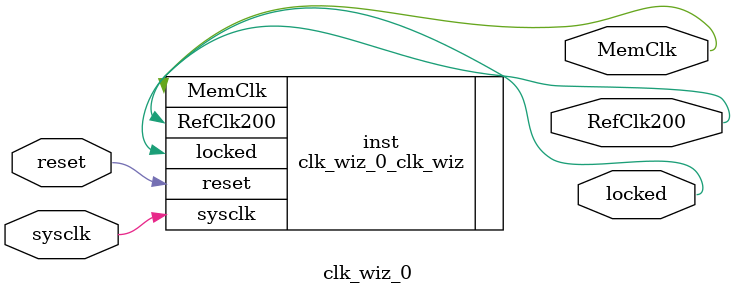
<source format=v>


`timescale 1ps/1ps

(* CORE_GENERATION_INFO = "clk_wiz_0,clk_wiz_v6_0_0_0,{component_name=clk_wiz_0,use_phase_alignment=true,use_min_o_jitter=false,use_max_i_jitter=false,use_dyn_phase_shift=false,use_inclk_switchover=false,use_dyn_reconfig=false,enable_axi=0,feedback_source=FDBK_AUTO,PRIMITIVE=PLL,num_out_clk=2,clkin1_period=8.000,clkin2_period=10.000,use_power_down=false,use_reset=true,use_locked=true,use_inclk_stopped=false,feedback_type=SINGLE,CLOCK_MGR_TYPE=NA,manual_override=false}" *)

module clk_wiz_0 
 (
  // Clock out ports
  output        RefClk200,
  output        MemClk,
  // Status and control signals
  input         reset,
  output        locked,
 // Clock in ports
  input         sysclk
 );

  clk_wiz_0_clk_wiz inst
  (
  // Clock out ports  
  .RefClk200(RefClk200),
  .MemClk(MemClk),
  // Status and control signals               
  .reset(reset), 
  .locked(locked),
 // Clock in ports
  .sysclk(sysclk)
  );

endmodule

</source>
